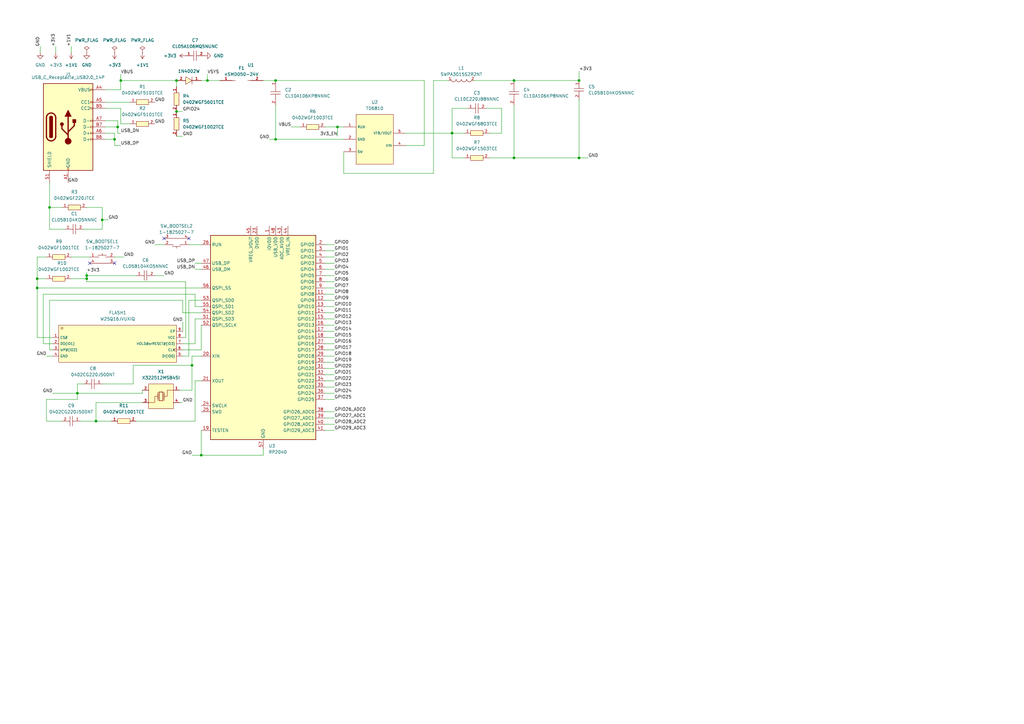
<source format=kicad_sch>
(kicad_sch (version 20230121) (generator eeschema)
  (paper "A3")
  (title_block (title "picopico EVT") (date "2024-02-14") (rev "rev1") (company "zeriyoshi") (comment 1 "RP2040 schema based by PICO-BOOT") (comment 2 "xtrapico based by 22008-RP2040-Dev-Board"))
  (lib_symbols
    (symbol "0402CG220J500NT:0402CG220J500NT" (pin_names hide)
      (property "Reference" "C" (at 0 1.27 0))
      (property "Value" "0402CG220J500NT" (at 0 -2.54 0))
      (symbol "0402CG220J500NT_0_1"
        (polyline (pts (xy -1.27 0) (xy -0.508 0)))
        (polyline (pts (xy -0.508 2.032) (xy -0.508 -2.032)))
        (polyline (pts (xy 0.508 0) (xy 1.27 0)))
        (polyline (pts (xy 0.508 2.032) (xy 0.508 -2.032)))
      )
      (symbol "0402CG220J500NT_1_1"
        (pin passive line (at -3.81 0 0) (length 2.54) (name "1") (number "1"))
        (pin passive line (at 3.81 0 180) (length 2.54) (name "2") (number "2"))
      )
    )
    (symbol "0402WGF1001TCE:0402WGF1001TCE" (pin_names hide)
      (property "Reference" "R" (at 0 1.27 0))
      (property "Value" "0402WGF1001TCE" (at 0 -2.54 0))
      (symbol "0402WGF1001TCE_0_1"
        (rectangle (start -2.54 1.016) (end 2.54 -1.016) (fill (type background)))
      )
      (symbol "0402WGF1001TCE_1_1"
        (pin passive line (at -5.08 0 0) (length 2.54) (name "1") (number "1"))
        (pin passive line (at 5.08 0 180) (length 2.54) (name "2") (number "2"))
      )
    )
    (symbol "0402WGF1002TCE:0402WGF1002TCE" (pin_names hide)
      (property "Reference" "R" (at 0 1.27 0))
      (property "Value" "0402WGF1002TCE" (at 0 -2.54 0))
      (symbol "0402WGF1002TCE_0_1"
        (rectangle (start -2.54 1.016) (end 2.54 -1.016) (fill (type background)))
      )
      (symbol "0402WGF1002TCE_1_1"
        (pin passive line (at -5.08 0 0) (length 2.54) (name "1") (number "1"))
        (pin passive line (at 5.08 0 180) (length 2.54) (name "2") (number "2"))
      )
    )
    (symbol "0402WGF1003TCE:0402WGF1003TCE" (pin_names hide)
      (property "Reference" "R" (at 0 1.27 0))
      (property "Value" "0402WGF1003TCE" (at 0 -2.54 0))
      (symbol "0402WGF1003TCE_0_1"
        (rectangle (start -2.54 1.016) (end 2.54 -1.016) (fill (type background)))
      )
      (symbol "0402WGF1003TCE_1_1"
        (pin passive line (at -5.08 0 0) (length 2.54) (name "1") (number "1"))
        (pin passive line (at 5.08 0 180) (length 2.54) (name "2") (number "2"))
      )
    )
    (symbol "0402WGF1503TCE:0402WGF1503TCE" (pin_names hide)
      (property "Reference" "R" (at 0 1.27 0))
      (property "Value" "0402WGF1503TCE" (at 0 -2.54 0))
      (symbol "0402WGF1503TCE_0_1"
        (rectangle (start -2.54 1.016) (end 2.54 -1.016) (fill (type background)))
      )
      (symbol "0402WGF1503TCE_1_1"
        (pin passive line (at -5.08 0 0) (length 2.54) (name "1") (number "1"))
        (pin passive line (at 5.08 0 180) (length 2.54) (name "2") (number "2"))
      )
    )
    (symbol "0402WGF220JTCE:0402WGF220JTCE" (pin_names hide)
      (property "Reference" "R" (at 0 1.27 0))
      (property "Value" "0402WGF220JTCE" (at 0 -2.54 0))
      (symbol "0402WGF220JTCE_0_1"
        (rectangle (start -2.54 1.016) (end 2.54 -1.016) (fill (type background)))
      )
      (symbol "0402WGF220JTCE_1_1"
        (pin passive line (at -5.08 0 0) (length 2.54) (name "1") (number "1"))
        (pin passive line (at 5.08 0 180) (length 2.54) (name "2") (number "2"))
      )
    )
    (symbol "0402WGF5101TCE:0402WGF5101TCE" (pin_names hide)
      (property "Reference" "R" (at 0 1.27 0))
      (property "Value" "0402WGF5101TCE" (at 0 -2.54 0))
      (symbol "0402WGF5101TCE_0_1"
        (rectangle (start -2.54 1.016) (end 2.54 -1.016) (fill (type background)))
      )
      (symbol "0402WGF5101TCE_1_1"
        (pin passive line (at -5.08 0 0) (length 2.54) (name "1") (number "1"))
        (pin passive line (at 5.08 0 180) (length 2.54) (name "2") (number "2"))
      )
    )
    (symbol "0402WGF5601TCE:0402WGF5601TCE" (pin_names hide)
      (property "Reference" "R" (at 0 1.27 0))
      (property "Value" "0402WGF5601TCE" (at 0 -2.54 0))
      (symbol "0402WGF5601TCE_0_1"
        (rectangle (start -2.54 1.016) (end 2.54 -1.016) (fill (type background)))
      )
      (symbol "0402WGF5601TCE_1_1"
        (pin passive line (at -5.08 0 0) (length 2.54) (name "1") (number "1"))
        (pin passive line (at 5.08 0 180) (length 2.54) (name "2") (number "2"))
      )
    )
    (symbol "0402WGF6803TCE:0402WGF6803TCE" (pin_names hide)
      (property "Reference" "R" (at 0 1.27 0))
      (property "Value" "0402WGF6803TCE" (at 0 -2.54 0))
      (symbol "0402WGF6803TCE_0_1"
        (rectangle (start -2.54 1.016) (end 2.54 -1.016) (fill (type background)))
      )
      (symbol "0402WGF6803TCE_1_1"
        (pin passive line (at -5.08 0 0) (length 2.54) (name "1") (number "1"))
        (pin passive line (at 5.08 0 180) (length 2.54) (name "2") (number "2"))
      )
    )
    (symbol "1-1825027-7:1-1825027-7" (pin_names hide)
      (property "Reference" "U" (at 0 1.27 0))
      (property "Value" "1-1825027-7" (at 0 -2.54 0))
      (symbol "1-1825027-7_0_1"
        (polyline (pts (xy -1.27 0) (xy -2.54 0)))
        (polyline (pts (xy 0 1.524) (xy 0 0.762)))
        (polyline (pts (xy 1.778 0.762) (xy -1.778 0.762)))
        (polyline (pts (xy 2.54 -2.54) (xy -2.54 -2.54)))
        (polyline (pts (xy 2.54 0) (xy 1.27 0)))
      )
      (symbol "1-1825027-7_1_1"
        (pin passive line (at -5.08 0 0) (length 2.54) (name "1") (number "1"))
        (pin passive line (at 5.08 0 180) (length 2.54) (name "2") (number "2"))
        (pin passive line (at 5.08 -2.54 180) (length 2.54) (name "3") (number "3"))
        (pin passive line (at -5.08 -2.54 0) (length 2.54) (name "4") (number "4"))
      )
    )
    (symbol "1N4002W:1N4002W" (pin_names hide)
      (property "Reference" "U" (at 0 1.27 0))
      (property "Value" "1N4002W" (at 0 -2.54 0))
      (symbol "1N4002W_0_1"
        (polyline (pts (xy -1.27 -1.524) (xy -1.27 1.524)))
        (polyline (pts (xy 1.27 1.524) (xy -1.27 0) (xy 1.27 -1.524) (xy 1.27 1.524)) (fill (type background)))
      )
      (symbol "1N4002W_1_1"
        (pin passive line (at -5.08 0 0) (length 3.81) (name "C") (number "1"))
        (pin passive line (at 5.08 0 180) (length 3.81) (name "A") (number "2"))
      )
    )
    (symbol "CL05A106MQ5NUNC:CL05A106MQ5NUNC" (pin_names hide)
      (property "Reference" "C" (at 0 1.27 0))
      (property "Value" "CL05A106MQ5NUNC" (at 0 -2.54 0))
      (symbol "CL05A106MQ5NUNC_0_1"
        (polyline (pts (xy -1.27 0) (xy -0.508 0)))
        (polyline (pts (xy -0.508 2.032) (xy -0.508 -2.032)))
        (polyline (pts (xy 0.508 0) (xy 1.27 0)))
        (polyline (pts (xy 0.508 2.032) (xy 0.508 -2.032)))
      )
      (symbol "CL05A106MQ5NUNC_1_1"
        (pin passive line (at -3.81 0 0) (length 2.54) (name "1") (number "1"))
        (pin passive line (at 3.81 0 180) (length 2.54) (name "2") (number "2"))
      )
    )
    (symbol "CL05B104KO5NNNC:CL05B104KO5NNNC" (pin_names hide)
      (property "Reference" "C" (at 0 1.27 0))
      (property "Value" "CL05B104KO5NNNC" (at 0 -2.54 0))
      (symbol "CL05B104KO5NNNC_0_1"
        (polyline (pts (xy -1.27 0) (xy -0.508 0)))
        (polyline (pts (xy -0.508 2.032) (xy -0.508 -2.032)))
        (polyline (pts (xy 0.508 0) (xy 1.27 0)))
        (polyline (pts (xy 0.508 2.032) (xy 0.508 -2.032)))
      )
      (symbol "CL05B104KO5NNNC_1_1"
        (pin passive line (at -3.81 0 0) (length 2.54) (name "1") (number "1"))
        (pin passive line (at 3.81 0 180) (length 2.54) (name "2") (number "2"))
      )
    )
    (symbol "CL10A106KP8NNNC:CL10A106KP8NNNC" (pin_names hide)
      (property "Reference" "C" (at 0 1.27 0))
      (property "Value" "CL10A106KP8NNNC" (at 0 -2.54 0))
      (symbol "CL10A106KP8NNNC_0_1"
        (polyline (pts (xy -0.508 -2.032) (xy -0.508 2.032)))
        (polyline (pts (xy -0.508 0) (xy -2.54 0)))
        (polyline (pts (xy 0.508 2.032) (xy 0.508 -2.032)))
        (polyline (pts (xy 2.54 0) (xy 0.508 0)))
      )
      (symbol "CL10A106KP8NNNC_1_1"
        (pin passive line (at -5.08 0 0) (length 2.54) (name "1") (number "1"))
        (pin passive line (at 5.08 0 180) (length 2.54) (name "2") (number "2"))
      )
    )
    (symbol "CL10C220JB8NNNC:CL10C220JB8NNNC" (pin_names hide)
      (property "Reference" "C" (at 0 1.27 0))
      (property "Value" "CL10C220JB8NNNC" (at 0 -2.54 0))
      (symbol "CL10C220JB8NNNC_0_1"
        (polyline (pts (xy -1.27 0) (xy -0.508 0)))
        (polyline (pts (xy -0.508 2.032) (xy -0.508 -2.032)))
        (polyline (pts (xy 0.508 0) (xy 1.27 0)))
        (polyline (pts (xy 0.508 2.032) (xy 0.508 -2.032)))
      )
      (symbol "CL10C220JB8NNNC_1_1"
        (pin passive line (at -3.81 0 0) (length 2.54) (name "1") (number "1"))
        (pin passive line (at 3.81 0 180) (length 2.54) (name "2") (number "2"))
      )
    )
    (symbol "Connector:USB_C_Receptacle_USB2.0_14P" (pin_names (offset 1.016))
      (property "Reference" "J" (at 0 22.225 0))
      (property "Value" "USB_C_Receptacle_USB2.0_14P" (at 0 19.685 0))
      (symbol "USB_C_Receptacle_USB2.0_14P_0_0"
        (rectangle (start -0.254 -17.78) (end 0.254 -16.764))
        (rectangle (start 10.16 -4.826) (end 9.144 -5.334))
        (rectangle (start 10.16 -2.286) (end 9.144 -2.794))
        (rectangle (start 10.16 0.254) (end 9.144 -0.254))
        (rectangle (start 10.16 2.794) (end 9.144 2.286))
        (rectangle (start 10.16 7.874) (end 9.144 7.366))
        (rectangle (start 10.16 10.414) (end 9.144 9.906))
        (rectangle (start 10.16 15.494) (end 9.144 14.986))
      )
      (symbol "USB_C_Receptacle_USB2.0_14P_0_1"
        (rectangle (start -10.16 17.78) (end 10.16 -17.78) (stroke (width 0.254)) (fill (type background)))
        (arc (start -8.89 -3.81) (mid -6.985 -5.7067) (end -5.08 -3.81) (stroke (width 0.508)))
        (arc (start -7.62 -3.81) (mid -6.985 -4.4423) (end -6.35 -3.81) (stroke (width 0.254)))
        (arc (start -7.62 -3.81) (mid -6.985 -4.4423) (end -6.35 -3.81) (stroke (width 0.254)) (fill (type outline)))
        (rectangle (start -7.62 -3.81) (end -6.35 3.81) (stroke (width 0.254)) (fill (type outline)))
        (arc (start -6.35 3.81) (mid -6.985 4.4423) (end -7.62 3.81) (stroke (width 0.254)))
        (arc (start -6.35 3.81) (mid -6.985 4.4423) (end -7.62 3.81) (stroke (width 0.254)) (fill (type outline)))
        (arc (start -5.08 3.81) (mid -6.985 5.7067) (end -8.89 3.81) (stroke (width 0.508)))
        (circle (center -2.54 1.143) (radius 0.635) (stroke (width 0.254)) (fill (type outline)))
        (circle (center 0 -5.842) (radius 1.27) (fill (type outline)))
        (polyline (pts (xy -8.89 -3.81) (xy -8.89 3.81)) (stroke (width 0.508)))
        (polyline (pts (xy -5.08 3.81) (xy -5.08 -3.81)) (stroke (width 0.508)))
        (polyline (pts (xy 0 -5.842) (xy 0 4.318)) (stroke (width 0.508)))
        (polyline (pts (xy 0 -3.302) (xy -2.54 -0.762) (xy -2.54 0.508)) (stroke (width 0.508)))
        (polyline (pts (xy 0 -2.032) (xy 2.54 0.508) (xy 2.54 1.778)) (stroke (width 0.508)))
        (polyline (pts (xy -1.27 4.318) (xy 0 6.858) (xy 1.27 4.318) (xy -1.27 4.318)) (stroke (width 0.254)) (fill (type outline)))
        (rectangle (start 1.905 1.778) (end 3.175 3.048) (stroke (width 0.254)) (fill (type outline)))
      )
      (symbol "USB_C_Receptacle_USB2.0_14P_1_1"
        (pin passive line (at 0 -22.86 90) (length 5.08) (name "GND") (number "A1"))
        (pin passive line (at 0 -22.86 90) (length 5.08) hide (name "GND") (number "A12"))
        (pin passive line (at 15.24 15.24 180) (length 5.08) (name "VBUS") (number "A4"))
        (pin bidirectional line (at 15.24 10.16 180) (length 5.08) (name "CC1") (number "A5"))
        (pin bidirectional line (at 15.24 -2.54 180) (length 5.08) (name "D+") (number "A6"))
        (pin bidirectional line (at 15.24 2.54 180) (length 5.08) (name "D-") (number "A7"))
        (pin passive line (at 15.24 15.24 180) (length 5.08) hide (name "VBUS") (number "A9"))
        (pin passive line (at 0 -22.86 90) (length 5.08) hide (name "GND") (number "B1"))
        (pin passive line (at 0 -22.86 90) (length 5.08) hide (name "GND") (number "B12"))
        (pin passive line (at 15.24 15.24 180) (length 5.08) hide (name "VBUS") (number "B4"))
        (pin bidirectional line (at 15.24 7.62 180) (length 5.08) (name "CC2") (number "B5"))
        (pin bidirectional line (at 15.24 -5.08 180) (length 5.08) (name "D+") (number "B6"))
        (pin bidirectional line (at 15.24 0 180) (length 5.08) (name "D-") (number "B7"))
        (pin passive line (at 15.24 15.24 180) (length 5.08) hide (name "VBUS") (number "B9"))
        (pin passive line (at -7.62 -22.86 90) (length 5.08) (name "SHIELD") (number "S1"))
      )
    )
    (symbol "MCU_RaspberryPi:RP2040"
      (property "Reference" "U" (at 17.78 45.72 0))
      (property "Value" "RP2040" (at 17.78 43.18 0))
      (symbol "RP2040_0_1"
        (rectangle (start -21.59 41.91) (end 21.59 -41.91) (stroke (width 0.254)) (fill (type background)))
      )
      (symbol "RP2040_1_1"
        (pin power_in line (at 2.54 45.72 270) (length 3.81) (name "IOVDD") (number "1"))
        (pin passive line (at 2.54 45.72 270) (length 3.81) hide (name "IOVDD") (number "10"))
        (pin bidirectional line (at 25.4 17.78 180) (length 3.81) (name "GPIO8") (number "11"))
        (pin bidirectional line (at 25.4 15.24 180) (length 3.81) (name "GPIO9") (number "12"))
        (pin bidirectional line (at 25.4 12.7 180) (length 3.81) (name "GPIO10") (number "13"))
        (pin bidirectional line (at 25.4 10.16 180) (length 3.81) (name "GPIO11") (number "14"))
        (pin bidirectional line (at 25.4 7.62 180) (length 3.81) (name "GPIO12") (number "15"))
        (pin bidirectional line (at 25.4 5.08 180) (length 3.81) (name "GPIO13") (number "16"))
        (pin bidirectional line (at 25.4 2.54 180) (length 3.81) (name "GPIO14") (number "17"))
        (pin bidirectional line (at 25.4 0 180) (length 3.81) (name "GPIO15") (number "18"))
        (pin input line (at -25.4 -38.1 0) (length 3.81) (name "TESTEN") (number "19"))
        (pin bidirectional line (at 25.4 38.1 180) (length 3.81) (name "GPIO0") (number "2"))
        (pin input line (at -25.4 -7.62 0) (length 3.81) (name "XIN") (number "20"))
        (pin passive line (at -25.4 -17.78 0) (length 3.81) (name "XOUT") (number "21"))
        (pin passive line (at 2.54 45.72 270) (length 3.81) hide (name "IOVDD") (number "22"))
        (pin power_in line (at -2.54 45.72 270) (length 3.81) (name "DVDD") (number "23"))
        (pin input line (at -25.4 -27.94 0) (length 3.81) (name "SWCLK") (number "24"))
        (pin bidirectional line (at -25.4 -30.48 0) (length 3.81) (name "SWD") (number "25"))
        (pin input line (at -25.4 38.1 0) (length 3.81) (name "RUN") (number "26"))
        (pin bidirectional line (at 25.4 -2.54 180) (length 3.81) (name "GPIO16") (number "27"))
        (pin bidirectional line (at 25.4 -5.08 180) (length 3.81) (name "GPIO17") (number "28"))
        (pin bidirectional line (at 25.4 -7.62 180) (length 3.81) (name "GPIO18") (number "29"))
        (pin bidirectional line (at 25.4 35.56 180) (length 3.81) (name "GPIO1") (number "3"))
        (pin bidirectional line (at 25.4 -10.16 180) (length 3.81) (name "GPIO19") (number "30"))
        (pin bidirectional line (at 25.4 -12.7 180) (length 3.81) (name "GPIO20") (number "31"))
        (pin bidirectional line (at 25.4 -15.24 180) (length 3.81) (name "GPIO21") (number "32"))
        (pin passive line (at 2.54 45.72 270) (length 3.81) hide (name "IOVDD") (number "33"))
        (pin bidirectional line (at 25.4 -17.78 180) (length 3.81) (name "GPIO22") (number "34"))
        (pin bidirectional line (at 25.4 -20.32 180) (length 3.81) (name "GPIO23") (number "35"))
        (pin bidirectional line (at 25.4 -22.86 180) (length 3.81) (name "GPIO24") (number "36"))
        (pin bidirectional line (at 25.4 -25.4 180) (length 3.81) (name "GPIO25") (number "37"))
        (pin bidirectional line (at 25.4 -30.48 180) (length 3.81) (name "GPIO26_ADC0") (number "38"))
        (pin bidirectional line (at 25.4 -33.02 180) (length 3.81) (name "GPIO27_ADC1") (number "39"))
        (pin bidirectional line (at 25.4 33.02 180) (length 3.81) (name "GPIO2") (number "4"))
        (pin bidirectional line (at 25.4 -35.56 180) (length 3.81) (name "GPIO28_ADC2") (number "40"))
        (pin bidirectional line (at 25.4 -38.1 180) (length 3.81) (name "GPIO29_ADC3") (number "41"))
        (pin passive line (at 2.54 45.72 270) (length 3.81) hide (name "IOVDD") (number "42"))
        (pin power_in line (at 7.62 45.72 270) (length 3.81) (name "ADC_AVDD") (number "43"))
        (pin power_in line (at 10.16 45.72 270) (length 3.81) (name "VREG_IN") (number "44"))
        (pin power_out line (at -5.08 45.72 270) (length 3.81) (name "VREG_VOUT") (number "45"))
        (pin bidirectional line (at -25.4 27.94 0) (length 3.81) (name "USB_DM") (number "46"))
        (pin bidirectional line (at -25.4 30.48 0) (length 3.81) (name "USB_DP") (number "47"))
        (pin power_in line (at 5.08 45.72 270) (length 3.81) (name "USB_VDD") (number "48"))
        (pin passive line (at 2.54 45.72 270) (length 3.81) hide (name "IOVDD") (number "49"))
        (pin bidirectional line (at 25.4 30.48 180) (length 3.81) (name "GPIO3") (number "5"))
        (pin passive line (at -2.54 45.72 270) (length 3.81) hide (name "DVDD") (number "50"))
        (pin bidirectional line (at -25.4 7.62 0) (length 3.81) (name "QSPI_SD3") (number "51"))
        (pin output line (at -25.4 5.08 0) (length 3.81) (name "QSPI_SCLK") (number "52"))
        (pin bidirectional line (at -25.4 15.24 0) (length 3.81) (name "QSPI_SD0") (number "53"))
        (pin bidirectional line (at -25.4 10.16 0) (length 3.81) (name "QSPI_SD2") (number "54"))
        (pin bidirectional line (at -25.4 12.7 0) (length 3.81) (name "QSPI_SD1") (number "55"))
        (pin bidirectional line (at -25.4 20.32 0) (length 3.81) (name "QSPI_SS") (number "56"))
        (pin power_in line (at 0 -45.72 90) (length 3.81) (name "GND") (number "57"))
        (pin bidirectional line (at 25.4 27.94 180) (length 3.81) (name "GPIO4") (number "6"))
        (pin bidirectional line (at 25.4 25.4 180) (length 3.81) (name "GPIO5") (number "7"))
        (pin bidirectional line (at 25.4 22.86 180) (length 3.81) (name "GPIO6") (number "8"))
        (pin bidirectional line (at 25.4 20.32 180) (length 3.81) (name "GPIO7") (number "9"))
      )
    )
    (symbol "SWPA3015S2R2NT:SWPA3015S2R2NT" (pin_names hide)
      (property "Reference" "L" (at 0 1.27 0))
      (property "Value" "SWPA3015S2R2NT" (at 0 -2.54 0))
      (symbol "SWPA3015S2R2NT_0_1"
        (arc (start -4.2461 0.5711) (mid -3.3547 -0.5557) (end -2.2278 0.3356))
        (arc (start -2.0914 0.5704) (mid -1.2 -0.5563) (end -0.0731 0.335))
        (arc (start 0.0592 0.5704) (mid 0.9506 -0.5563) (end 2.0775 0.335))
        (arc (start 2.252 0.571) (mid 3.1434 -0.5558) (end 4.2703 0.3355))
      )
      (symbol "SWPA3015S2R2NT_1_1"
        (pin passive line (at -5.08 0 0) (length 0.762) (name "1") (number "1"))
        (pin passive line (at 5.08 0 180) (length 0.762) (name "2") (number "2"))
      )
    )
    (symbol "TD6810:TD6810"
      (property "Reference" "U" (at 0 1.27 0))
      (property "Value" "TD6810" (at 0 -2.54 0))
      (symbol "TD6810_0_1"
        (rectangle (start -7.62 10.16) (end 7.62 -10.16) (fill (type background)))
      )
      (symbol "TD6810_1_1"
        (pin passive line (at -12.7 5.08 0) (length 5.08) (name "RUN") (number "1"))
        (pin passive line (at -12.7 0 0) (length 5.08) (name "GND") (number "2"))
        (pin passive line (at -12.7 -5.08 0) (length 5.08) (name "SW") (number "3"))
        (pin passive line (at 12.7 -2.54 180) (length 5.08) (name "VIN") (number "4"))
        (pin passive line (at 12.7 2.54 180) (length 5.08) (name "VFB/VOUT") (number "5"))
      )
    )
    (symbol "W25Q16JVUXIQ:W25Q16JVUXIQ"
      (property "Reference" "U" (at 0 1.27 0))
      (property "Value" "W25Q16JVUXIQ" (at 0 -2.54 0))
      (symbol "W25Q16JVUXIQ_0_1"
        (rectangle (start -24.13 8.89) (end 24.13 -6.35) (fill (type background)))
        (circle (center -22.86 7.62) (radius 0.381) (fill (type background)))
      )
      (symbol "W25Q16JVUXIQ_1_1"
        (pin input line (at -26.67 3.81 0) (length 2.54) (name "CS#") (number "1"))
        (pin bidirectional line (at -26.67 1.27 0) (length 2.54) (name "DO(IO1)") (number "2"))
        (pin bidirectional line (at -26.67 -1.27 0) (length 2.54) (name "WP#(IO2)") (number "3"))
        (pin power_in line (at -26.67 -3.81 0) (length 2.54) (name "GND") (number "4"))
        (pin bidirectional line (at 26.67 -3.81 180) (length 2.54) (name "DI(IO0)") (number "5"))
        (pin input clock (at 26.67 -1.27 180) (length 2.54) (name "CLK") (number "6"))
        (pin bidirectional line (at 26.67 1.27 180) (length 2.54) (name "HOLD#orRESET#(IO3)") (number "7"))
        (pin power_in line (at 26.67 3.81 180) (length 2.54) (name "VCC") (number "8"))
        (pin power_in line (at 26.67 6.35 180) (length 2.54) (name "EP") (number "9"))
      )
    )
    (symbol "X322512MSB4SI:X322512MSB4SI" (pin_names hide)
      (property "Reference" "X" (at 0 1.27 0))
      (property "Value" "X322512MSB4SI" (at 0 -2.54 0))
      (symbol "X322512MSB4SI_0_1"
        (rectangle (start -5.08 5.08) (end 5.08 -5.08) (fill (type background)))
        (polyline (pts (xy -1.27 -1.778) (xy -1.27 1.778)))
        (polyline (pts (xy -1.27 -1.016) (xy -1.27 1.016)))
        (polyline (pts (xy 0.762 -1.778) (xy -0.762 -1.778)))
        (polyline (pts (xy 1.27 -1.778) (xy 1.27 1.778)))
        (polyline (pts (xy 1.27 -1.016) (xy 1.27 1.016)))
        (polyline (pts (xy -5.08 -2.54) (xy -2.54 -2.54) (xy -2.54 0) (xy -1.524 0)))
        (polyline (pts (xy -0.762 -1.778) (xy -0.762 1.778) (xy 0.762 1.778) (xy 0.762 -1.778)))
        (polyline (pts (xy 5.08 2.54) (xy 2.54 2.54) (xy 2.54 0) (xy 1.524 0)))
        (polyline (pts (xy 0.762 1.778) (xy 0.762 -1.778) (xy -0.762 -1.778) (xy -0.762 1.778) (xy 0.762 1.778)))
      )
      (symbol "X322512MSB4SI_1_1"
        (pin passive line (at -7.62 -2.54 0) (length 2.54) (name "OSC1") (number "1"))
        (pin passive line (at 7.62 -2.54 180) (length 2.54) (name "GND") (number "2"))
        (pin passive line (at 7.62 2.54 180) (length 2.54) (name "OSC2") (number "3"))
        (pin passive line (at -7.62 2.54 0) (length 2.54) (name "GND") (number "4"))
      )
    )
    (symbol "nSMD050-24V:nSMD050-24V" (pin_names hide)
      (property "Reference" "F" (at 0 1.27 0))
      (property "Value" "nSMD050-24V" (at 0 -2.54 0))
      (symbol "nSMD050-24V_0_1"
        (polyline (pts (xy -3.81 -1.27) (xy -2.54 -1.27)))
        (polyline (pts (xy 2.54 -1.27) (xy 3.81 -1.27)))
      )
      (symbol "nSMD050-24V_1_1"
        (pin passive line (at -8.89 -1.27 0) (length 5.08) (name "1") (number "1"))
        (pin passive line (at 8.89 -1.27 180) (length 5.08) (name "2") (number "2"))
      )
    )
    (symbol "power:+1V1" (power) (pin_names (offset 0))
      (property "Value" "+1V1" (at 0 3.556 0))
      (symbol "+1V1_0_1"
        (polyline (pts (xy -0.762 1.27) (xy 0 2.54)))
        (polyline (pts (xy 0 0) (xy 0 2.54)))
        (polyline (pts (xy 0 2.54) (xy 0.762 1.27)))
      )
      (symbol "+1V1_1_1"
        (pin power_in line (at 0 0 90) (length 0) hide (name "+1V1") (number "1"))
      )
    )
    (symbol "power:+3V3" (power) (pin_names (offset 0))
      (property "Value" "+3V3" (at 0 3.556 0))
      (symbol "+3V3_0_1"
        (polyline (pts (xy -0.762 1.27) (xy 0 2.54)))
        (polyline (pts (xy 0 0) (xy 0 2.54)))
        (polyline (pts (xy 0 2.54) (xy 0.762 1.27)))
      )
      (symbol "+3V3_1_1"
        (pin power_in line (at 0 0 90) (length 0) hide (name "+3V3") (number "1"))
      )
    )
    (symbol "power:GND" (power) (pin_names (offset 0))
      (property "Value" "GND" (at 0 -3.81 0))
      (symbol "GND_0_1"
        (polyline (pts (xy 0 0) (xy 0 -1.27) (xy 1.27 -1.27) (xy 0 -2.54) (xy -1.27 -1.27) (xy 0 -1.27)))
      )
      (symbol "GND_1_1"
        (pin power_in line (at 0 0 270) (length 0) hide (name "GND") (number "1"))
      )
    )
    (symbol "power:PWR_FLAG" (power) (pin_numbers hide) (pin_names (offset 0) hide)
      (property "Value" "PWR_FLAG" (at 0 3.81 0))
      (symbol "PWR_FLAG_0_0"
        (pin power_out line (at 0 0 90) (length 0) (name "pwr") (number "1"))
      )
      (symbol "PWR_FLAG_0_1"
        (polyline (pts (xy 0 0) (xy 0 1.27) (xy -1.016 1.905) (xy 0 2.54) (xy 1.016 1.905) (xy 0 1.27)))
      )
    )
  )
  (junction (at 41.91 90.17))
  (junction (at 31.75 161.29))
  (junction (at 210.82 33.02))
  (junction (at 20.32 85.09))
  (junction (at 15.24 118.11))
  (junction (at 35.56 113.03))
  (junction (at 15.24 114.3))
  (junction (at 72.39 45.72))
  (junction (at 78.74 149.86))
  (junction (at 82.55 186.69))
  (junction (at 113.03 57.15))
  (junction (at 237.49 64.77))
  (junction (at 210.82 64.77))
  (junction (at 39.37 172.72))
  (junction (at 138.43 52.07))
  (junction (at 35.56 114.3))
  (junction (at 46.99 57.15))
  (junction (at 72.39 33.02))
  (junction (at 185.42 54.61))
  (junction (at 237.49 33.02))
  (junction (at 49.53 33.02))
  (junction (at 85.09 33.02))
  (junction (at 48.26 52.07))
  (junction (at 113.03 33.02))
  (no_connect (at 36.83 107.95))
  (no_connect (at 67.31 97.79))
  (no_connect (at 46.99 107.95))
  (no_connect (at 77.47 97.79))
  (wire (pts (xy 20.32 123.19) (xy 74.93 123.19)))
  (wire (pts (xy 185.42 54.61) (xy 190.5 54.61)))
  (wire (pts (xy 107.95 33.02) (xy 113.03 33.02)))
  (wire (pts (xy 35.56 113.03) (xy 35.56 111.76)))
  (wire (pts (xy 82.55 176.53) (xy 82.55 186.69)))
  (wire (pts (xy 49.53 33.02) (xy 72.39 33.02)))
  (wire (pts (xy 138.43 52.07) (xy 140.97 52.07)))
  (wire (pts (xy 16.51 19.05) (xy 16.51 21.59)))
  (wire (pts (xy 58.42 161.29) (xy 58.42 160.02)))
  (wire (pts (xy 133.35 113.03) (xy 137.16 113.03)))
  (wire (pts (xy 237.49 29.21) (xy 237.49 33.02)))
  (wire (pts (xy 48.26 49.53) (xy 48.26 52.07)))
  (wire (pts (xy 55.88 172.72) (xy 80.01 172.72)))
  (wire (pts (xy 85.09 33.02) (xy 82.55 33.02)))
  (wire (pts (xy 49.53 44.45) (xy 49.53 50.8)))
  (wire (pts (xy 113.03 57.15) (xy 140.97 57.15)))
  (wire (pts (xy 80.01 110.49) (xy 82.55 110.49)))
  (wire (pts (xy 17.78 120.65) (xy 80.01 120.65)))
  (wire (pts (xy 31.75 157.48) (xy 31.75 161.29)))
  (wire (pts (xy 177.8 33.02) (xy 184.15 33.02)))
  (wire (pts (xy 49.53 30.48) (xy 49.53 33.02)))
  (wire (pts (xy 54.61 149.86) (xy 54.61 157.48)))
  (wire (pts (xy 177.8 71.12) (xy 177.8 33.02)))
  (wire (pts (xy 80.01 125.73) (xy 82.55 125.73)))
  (wire (pts (xy 46.99 59.69) (xy 49.53 59.69)))
  (wire (pts (xy 133.35 102.87) (xy 137.16 102.87)))
  (wire (pts (xy 133.35 52.07) (xy 138.43 52.07)))
  (wire (pts (xy 74.93 140.97) (xy 80.01 140.97)))
  (wire (pts (xy 133.35 120.65) (xy 137.16 120.65)))
  (wire (pts (xy 73.66 165.1) (xy 74.93 165.1)))
  (wire (pts (xy 29.21 114.3) (xy 35.56 114.3)))
  (wire (pts (xy 15.24 105.41) (xy 19.05 105.41)))
  (wire (pts (xy 19.05 172.72) (xy 19.05 163.83)))
  (wire (pts (xy 133.35 130.81) (xy 137.16 130.81)))
  (wire (pts (xy 133.35 115.57) (xy 137.16 115.57)))
  (wire (pts (xy 210.82 64.77) (xy 237.49 64.77)))
  (wire (pts (xy 21.59 140.97) (xy 17.78 140.97)))
  (wire (pts (xy 200.66 54.61) (xy 205.74 54.61)))
  (wire (pts (xy 20.32 143.51) (xy 20.32 123.19)))
  (wire (pts (xy 43.18 36.83) (xy 49.53 36.83)))
  (wire (pts (xy 194.31 33.02) (xy 210.82 33.02)))
  (wire (pts (xy 237.49 40.64) (xy 237.49 64.77)))
  (wire (pts (xy 31.75 157.48) (xy 34.29 157.48)))
  (wire (pts (xy 63.5 113.03) (xy 67.31 113.03)))
  (wire (pts (xy 77.47 100.33) (xy 82.55 100.33)))
  (wire (pts (xy 80.01 107.95) (xy 82.55 107.95)))
  (wire (pts (xy 43.18 54.61) (xy 46.99 54.61)))
  (wire (pts (xy 39.37 165.1) (xy 58.42 165.1)))
  (wire (pts (xy 237.49 64.77) (xy 241.3 64.77)))
  (wire (pts (xy 185.42 54.61) (xy 185.42 64.77)))
  (wire (pts (xy 113.03 33.02) (xy 173.99 33.02)))
  (wire (pts (xy 199.39 44.45) (xy 205.74 44.45)))
  (wire (pts (xy 15.24 118.11) (xy 15.24 138.43)))
  (wire (pts (xy 133.35 110.49) (xy 137.16 110.49)))
  (wire (pts (xy 46.99 57.15) (xy 46.99 59.69)))
  (wire (pts (xy 133.35 100.33) (xy 137.16 100.33)))
  (wire (pts (xy 74.93 123.19) (xy 74.93 128.27)))
  (wire (pts (xy 133.35 146.05) (xy 137.16 146.05)))
  (wire (pts (xy 20.32 74.93) (xy 20.32 85.09)))
  (wire (pts (xy 43.18 52.07) (xy 48.26 52.07)))
  (wire (pts (xy 200.66 64.77) (xy 210.82 64.77)))
  (wire (pts (xy 19.05 146.05) (xy 21.59 146.05)))
  (wire (pts (xy 133.35 138.43) (xy 137.16 138.43)))
  (wire (pts (xy 82.55 118.11) (xy 15.24 118.11)))
  (wire (pts (xy 185.42 44.45) (xy 185.42 54.61)))
  (wire (pts (xy 85.09 30.48) (xy 85.09 33.02)))
  (wire (pts (xy 133.35 125.73) (xy 137.16 125.73)))
  (wire (pts (xy 133.35 148.59) (xy 137.16 148.59)))
  (wire (pts (xy 35.56 113.03) (xy 55.88 113.03)))
  (wire (pts (xy 49.53 36.83) (xy 49.53 33.02)))
  (wire (pts (xy 110.49 57.15) (xy 113.03 57.15)))
  (wire (pts (xy 133.35 107.95) (xy 137.16 107.95)))
  (wire (pts (xy 17.78 140.97) (xy 17.78 120.65)))
  (wire (pts (xy 133.35 173.99) (xy 137.16 173.99)))
  (wire (pts (xy 77.47 146.05) (xy 77.47 123.19)))
  (wire (pts (xy 82.55 156.21) (xy 80.01 156.21)))
  (wire (pts (xy 133.35 128.27) (xy 137.16 128.27)))
  (wire (pts (xy 43.18 44.45) (xy 49.53 44.45)))
  (wire (pts (xy 166.37 54.61) (xy 185.42 54.61)))
  (wire (pts (xy 43.18 49.53) (xy 48.26 49.53)))
  (wire (pts (xy 133.35 163.83) (xy 137.16 163.83)))
  (wire (pts (xy 49.53 50.8) (xy 53.34 50.8)))
  (wire (pts (xy 80.01 120.65) (xy 80.01 125.73)))
  (wire (pts (xy 43.18 41.91) (xy 53.34 41.91)))
  (wire (pts (xy 35.56 115.57) (xy 76.2 115.57)))
  (wire (pts (xy 20.32 93.98) (xy 26.67 93.98)))
  (wire (pts (xy 133.35 171.45) (xy 137.16 171.45)))
  (wire (pts (xy 133.35 105.41) (xy 137.16 105.41)))
  (wire (pts (xy 85.09 33.02) (xy 90.17 33.02)))
  (wire (pts (xy 15.24 114.3) (xy 15.24 105.41)))
  (wire (pts (xy 133.35 161.29) (xy 137.16 161.29)))
  (wire (pts (xy 119.38 52.07) (xy 123.19 52.07)))
  (wire (pts (xy 74.93 146.05) (xy 77.47 146.05)))
  (wire (pts (xy 41.91 90.17) (xy 44.45 90.17)))
  (wire (pts (xy 140.97 71.12) (xy 177.8 71.12)))
  (wire (pts (xy 113.03 43.18) (xy 113.03 57.15)))
  (wire (pts (xy 35.56 85.09) (xy 41.91 85.09)))
  (wire (pts (xy 41.91 90.17) (xy 41.91 93.98)))
  (wire (pts (xy 35.56 114.3) (xy 35.56 115.57)))
  (wire (pts (xy 80.01 172.72) (xy 80.01 156.21)))
  (wire (pts (xy 78.74 160.02) (xy 73.66 160.02)))
  (wire (pts (xy 76.2 115.57) (xy 76.2 138.43)))
  (wire (pts (xy 33.02 172.72) (xy 39.37 172.72)))
  (wire (pts (xy 39.37 172.72) (xy 39.37 165.1)))
  (wire (pts (xy 133.35 168.91) (xy 137.16 168.91)))
  (wire (pts (xy 133.35 158.75) (xy 137.16 158.75)))
  (wire (pts (xy 133.35 118.11) (xy 137.16 118.11)))
  (wire (pts (xy 133.35 140.97) (xy 137.16 140.97)))
  (wire (pts (xy 78.74 149.86) (xy 78.74 160.02)))
  (wire (pts (xy 15.24 114.3) (xy 19.05 114.3)))
  (wire (pts (xy 35.56 113.03) (xy 35.56 114.3)))
  (wire (pts (xy 78.74 186.69) (xy 82.55 186.69)))
  (wire (pts (xy 46.99 54.61) (xy 46.99 57.15)))
  (wire (pts (xy 43.18 57.15) (xy 46.99 57.15)))
  (wire (pts (xy 133.35 153.67) (xy 137.16 153.67)))
  (wire (pts (xy 82.55 146.05) (xy 78.74 146.05)))
  (wire (pts (xy 25.4 172.72) (xy 19.05 172.72)))
  (wire (pts (xy 77.47 123.19) (xy 82.55 123.19)))
  (wire (pts (xy 22.86 19.05) (xy 22.86 21.59)))
  (wire (pts (xy 74.93 143.51) (xy 82.55 143.51)))
  (wire (pts (xy 205.74 44.45) (xy 205.74 54.61)))
  (wire (pts (xy 74.93 45.72) (xy 72.39 45.72)))
  (wire (pts (xy 138.43 52.07) (xy 138.43 55.88)))
  (wire (pts (xy 133.35 135.89) (xy 137.16 135.89)))
  (wire (pts (xy 133.35 151.13) (xy 137.16 151.13)))
  (wire (pts (xy 31.75 163.83) (xy 31.75 161.29)))
  (wire (pts (xy 133.35 133.35) (xy 137.16 133.35)))
  (wire (pts (xy 19.05 163.83) (xy 31.75 163.83)))
  (wire (pts (xy 78.74 149.86) (xy 54.61 149.86)))
  (wire (pts (xy 133.35 176.53) (xy 137.16 176.53)))
  (wire (pts (xy 20.32 85.09) (xy 20.32 93.98)))
  (wire (pts (xy 166.37 59.69) (xy 173.99 59.69)))
  (wire (pts (xy 140.97 62.23) (xy 140.97 71.12)))
  (wire (pts (xy 185.42 44.45) (xy 191.77 44.45)))
  (wire (pts (xy 45.72 172.72) (xy 39.37 172.72)))
  (wire (pts (xy 210.82 33.02) (xy 237.49 33.02)))
  (wire (pts (xy 15.24 138.43) (xy 21.59 138.43)))
  (wire (pts (xy 46.99 105.41) (xy 50.8 105.41)))
  (wire (pts (xy 107.95 186.69) (xy 107.95 184.15)))
  (wire (pts (xy 74.93 128.27) (xy 82.55 128.27)))
  (wire (pts (xy 54.61 157.48) (xy 41.91 157.48)))
  (wire (pts (xy 74.93 55.88) (xy 72.39 55.88)))
  (wire (pts (xy 63.5 100.33) (xy 67.31 100.33)))
  (wire (pts (xy 133.35 123.19) (xy 137.16 123.19)))
  (wire (pts (xy 74.93 138.43) (xy 76.2 138.43)))
  (wire (pts (xy 80.01 130.81) (xy 82.55 130.81)))
  (wire (pts (xy 78.74 146.05) (xy 78.74 149.86)))
  (wire (pts (xy 133.35 143.51) (xy 137.16 143.51)))
  (wire (pts (xy 29.21 105.41) (xy 36.83 105.41)))
  (wire (pts (xy 31.75 161.29) (xy 58.42 161.29)))
  (wire (pts (xy 21.59 143.51) (xy 20.32 143.51)))
  (wire (pts (xy 185.42 64.77) (xy 190.5 64.77)))
  (wire (pts (xy 82.55 143.51) (xy 82.55 133.35)))
  (wire (pts (xy 34.29 93.98) (xy 41.91 93.98)))
  (wire (pts (xy 210.82 43.18) (xy 210.82 64.77)))
  (wire (pts (xy 133.35 156.21) (xy 137.16 156.21)))
  (wire (pts (xy 74.93 132.08) (xy 74.93 135.89)))
  (wire (pts (xy 80.01 140.97) (xy 80.01 130.81)))
  (wire (pts (xy 48.26 54.61) (xy 49.53 54.61)))
  (wire (pts (xy 15.24 118.11) (xy 15.24 114.3)))
  (wire (pts (xy 173.99 33.02) (xy 173.99 59.69)))
  (wire (pts (xy 72.39 33.02) (xy 72.39 35.56)))
  (wire (pts (xy 48.26 52.07) (xy 48.26 54.61)))
  (wire (pts (xy 29.21 19.05) (xy 29.21 21.59)))
  (wire (pts (xy 20.32 85.09) (xy 25.4 85.09)))
  (wire (pts (xy 41.91 85.09) (xy 41.91 90.17)))
  (wire (pts (xy 21.59 161.29) (xy 31.75 161.29)))
  (wire (pts (xy 82.55 186.69) (xy 107.95 186.69)))
  (label "GPIO4" (at 137.16 110.49 0))
  (label "GND" (at 27.94 74.93 0))
  (label "GPIO17" (at 137.16 143.51 0))
  (label "GND" (at 50.8 105.41 0))
  (label "GPIO0" (at 137.16 100.33 0))
  (label "GPIO29_ADC3" (at 137.16 176.53 0))
  (label "GPIO9" (at 137.16 123.19 0))
  (label "GPIO22" (at 137.16 156.21 0))
  (label "VBUS" (at 119.38 52.07 180))
  (label "GPIO2" (at 137.16 105.41 0))
  (label "GPIO10" (at 137.16 125.73 0))
  (label "+3V3" (at 35.56 111.76 0))
  (label "GPIO24" (at 137.16 161.29 0))
  (label "GPIO6" (at 137.16 115.57 0))
  (label "GND" (at 63.5 100.33 180))
  (label "GPIO3" (at 137.16 107.95 0))
  (label "GND" (at 74.93 165.1 0))
  (label "GPIO7" (at 137.16 118.11 0))
  (label "GPIO18" (at 137.16 146.05 0))
  (label "GND" (at 44.45 90.17 0))
  (label "GPIO5" (at 137.16 113.03 0))
  (label "GPIO1" (at 137.16 102.87 0))
  (label "GPIO24" (at 74.93 45.72 0))
  (label "GPIO8" (at 137.16 120.65 0))
  (label "USB_DN" (at 49.53 54.61 0))
  (label "GPIO16" (at 137.16 140.97 0))
  (label "GPIO19" (at 137.16 148.59 0))
  (label "GPIO14" (at 137.16 135.89 0))
  (label "+3V3" (at 22.86 19.05 90))
  (label "GND" (at 19.05 146.05 180))
  (label "3V3_EN" (at 138.43 55.88 180))
  (label "GPIO28_ADC2" (at 137.16 173.99 0))
  (label "VSYS" (at 85.09 30.48 0))
  (label "GND" (at 110.49 57.15 180))
  (label "GND" (at 74.93 132.08 180))
  (label "GND" (at 63.5 50.8 0))
  (label "GND" (at 74.93 55.88 0))
  (label "GND" (at 21.59 161.29 180))
  (label "GPIO26_ADC0" (at 137.16 168.91 0))
  (label "+1V1" (at 29.21 19.05 90))
  (label "GND" (at 78.74 186.69 180))
  (label "USB_DN" (at 80.01 110.49 180))
  (label "GPIO25" (at 137.16 163.83 0))
  (label "GND" (at 241.3 64.77 0))
  (label "GND" (at 16.51 19.05 90))
  (label "GPIO21" (at 137.16 153.67 0))
  (label "GPIO13" (at 137.16 133.35 0))
  (label "VBUS" (at 49.53 30.48 0))
  (label "USB_DP" (at 49.53 59.69 0))
  (label "USB_DP" (at 80.01 107.95 180))
  (label "GPIO11" (at 137.16 128.27 0))
  (label "GPIO12" (at 137.16 130.81 0))
  (label "GPIO20" (at 137.16 151.13 0))
  (label "GPIO15" (at 137.16 138.43 0))
  (label "GPIO23" (at 137.16 158.75 0))
  (label "GPIO27_ADC1" (at 137.16 171.45 0))
  (label "+3V3" (at 237.49 29.21 0))
  (label "GND" (at 63.5 41.91 0))
  (label "GND" (at 67.31 113.03 0))
  (symbol (lib_id "CL05B104KO5NNNC:CL05B104KO5NNNC") (at 237.49 36.83 270) (unit 1)
    (property "Reference" "C5" (at 241.3 35.56 90) (effects (justify left)))
    (property "Value" "CL05B104KO5NNNC" (at 241.3 38.1 90) (effects (justify left)))
    (property "Footprint" "JLC2KiCadLib:C0402" (effects hide))
    (property "Datasheet" "https://item.szlcsc.com/15869.html" (effects hide))
    (property "LCSC" "C1525" (effects hide))
  )
  (symbol (lib_id "X322512MSB4SI:X322512MSB4SI") (at 66.04 162.56 180) (unit 1)
    (property "Reference" "X1" (at 66.04 152.4 0))
    (property "Value" "X322512MSB4SI" (at 66.04 154.94 0))
    (property "Footprint" "JLC2KiCadLib:OSC-SMD_4P-L3.2-W2.5-BL" (effects hide))
    (property "Datasheet" "https://item.szlcsc.com/15866.html" (effects hide))
    (property "LCSC" "C9002" (effects hide))
  )
  (symbol (lib_id "1-1825027-7:1-1825027-7") (at 41.91 105.41 0) (unit 1)
    (property "Reference" "SW_BOOTSEL1" (at 41.91 99.06 0))
    (property "Value" "1-1825027-7" (at 41.91 101.6 0))
    (property "Footprint" "JLC2KiCadLib:SW-TH_KH-6X6X4.3H-ZJ" (effects hide))
    (property "Datasheet" "https://atta.szlcsc.com/upload/public/pdf/source/20210608/C2837540_55E89FE93E5DC02BF758C11D9ABAB66F.pdf" (effects hide))
    (property "LCSC" "C592923" (effects hide))
  )
  (symbol (lib_id "power:+3V3") (at 76.2 22.86 90) (unit 1)
    (property "Reference" "#PWR04" (effects hide))
    (property "Value" "+3V3" (at 72.39 22.86 90) (effects (justify left)))
  )
  (symbol (lib_id "CL05A106MQ5NUNC:CL05A106MQ5NUNC") (at 80.01 22.86 0) (unit 1)
    (property "Reference" "C7" (at 80.01 16.51 0))
    (property "Value" "CL05A106MQ5NUNC" (at 80.01 19.05 0))
    (property "Footprint" "JLC2KiCadLib:C0402" (effects hide))
    (property "Datasheet" "https://item.szlcsc.com/15869.html" (effects hide))
    (property "LCSC" "C15525" (effects hide))
  )
  (symbol (lib_id "0402WGF1002TCE:0402WGF1002TCE") (at 24.13 114.3 0) (unit 1)
    (property "Reference" "R10" (at 25.4 107.95 0))
    (property "Value" "0402WGF1002TCE" (at 24.13 110.49 0))
    (property "Footprint" "JLC2KiCadLib:R0402" (effects hide))
    (property "Datasheet" "https://item.szlcsc.com/323315.html" (effects hide))
    (property "LCSC" "C25744" (effects hide))
  )
  (symbol (lib_id "0402WGF1003TCE:0402WGF1003TCE") (at 128.27 52.07 0) (unit 1)
    (property "Reference" "R6" (at 128.27 45.72 0))
    (property "Value" "0402WGF1003TCE" (at 128.27 48.26 0))
    (property "Footprint" "JLC2KiCadLib:R0402" (effects hide))
    (property "Datasheet" "https://item.szlcsc.com/323315.html" (effects hide))
    (property "LCSC" "C25741" (effects hide))
  )
  (symbol (lib_id "power:+3V3") (at 22.86 21.59 180) (unit 1)
    (property "Reference" "#PWR03" (effects hide))
    (property "Value" "+3V3" (at 22.86 26.67 0))
  )
  (symbol (lib_id "CL10A106KP8NNNC:CL10A106KP8NNNC") (at 113.03 38.1 270) (unit 1)
    (property "Reference" "C2" (at 116.84 36.83 90) (effects (justify left)))
    (property "Value" "CL10A106KP8NNNC" (at 116.84 39.37 90) (effects (justify left)))
    (property "Footprint" "JLC2KiCadLib:C0603" (effects hide))
    (property "Datasheet" "https://item.szlcsc.com/362304.html" (effects hide))
    (property "LCSC" "C19702" (effects hide))
  )
  (symbol (lib_id "0402CG220J500NT:0402CG220J500NT") (at 38.1 157.48 180) (unit 1)
    (property "Reference" "C8" (at 38.1 151.13 0))
    (property "Value" "0402CG220J500NT" (at 38.1 153.67 0))
    (property "Footprint" "JLC2KiCadLib:C0402" (effects hide))
    (property "Datasheet" "https://item.szlcsc.com/15869.html" (effects hide))
    (property "LCSC" "C1555" (effects hide))
  )
  (symbol (lib_id "1N4002W:1N4002W") (at 77.47 33.02 180) (unit 1)
    (property "Reference" "U1" (at 102.87 26.67 0))
    (property "Value" "1N4002W" (at 77.47 29.21 0))
    (property "Footprint" "JLC2KiCadLib:SOD-123F_L2.8-W1.8-LS3.7-RD" (effects hide))
    (property "Datasheet" "https://item.szlcsc.com/60254.html" (effects hide))
    (property "LCSC" "C169542" (effects hide))
  )
  (symbol (lib_id "power:GND") (at 83.82 22.86 90) (unit 1)
    (property "Reference" "#PWR05" (effects hide))
    (property "Value" "GND" (at 87.63 22.86 90) (effects (justify right)))
  )
  (symbol (lib_id "0402WGF1503TCE:0402WGF1503TCE") (at 195.58 64.77 0) (unit 1)
    (property "Reference" "R7" (at 195.58 58.42 0))
    (property "Value" "0402WGF1503TCE" (at 195.58 60.96 0))
    (property "Footprint" "JLC2KiCadLib:R0402" (effects hide))
    (property "Datasheet" "https://item.szlcsc.com/323315.html" (effects hide))
    (property "LCSC" "C25755" (effects hide))
  )
  (symbol (lib_id "CL10A106KP8NNNC:CL10A106KP8NNNC") (at 210.82 38.1 270) (unit 1)
    (property "Reference" "C4" (at 214.63 36.83 90) (effects (justify left)))
    (property "Value" "CL10A106KP8NNNC" (at 214.63 39.37 90) (effects (justify left)))
    (property "Footprint" "JLC2KiCadLib:C0603" (effects hide))
    (property "Datasheet" "https://item.szlcsc.com/362304.html" (effects hide))
    (property "LCSC" "C19702" (effects hide))
  )
  (symbol (lib_id "0402WGF1001TCE:0402WGF1001TCE") (at 50.8 172.72 0) (unit 1)
    (property "Reference" "R11" (at 50.8 166.37 0))
    (property "Value" "0402WGF1001TCE" (at 50.8 168.91 0))
    (property "Footprint" "JLC2KiCadLib:R0402" (effects hide))
    (property "Datasheet" "https://item.szlcsc.com/323315.html" (effects hide))
    (property "LCSC" "C11702" (effects hide))
  )
  (symbol (lib_id "0402WGF5101TCE:0402WGF5101TCE") (at 58.42 50.8 0) (unit 1)
    (property "Reference" "R2" (at 58.42 44.45 0))
    (property "Value" "0402WGF5101TCE" (at 58.42 46.99 0))
    (property "Footprint" "JLC2KiCadLib:R0402" (effects hide))
    (property "Datasheet" "https://item.szlcsc.com/323315.html" (effects hide))
    (property "LCSC" "C25905" (effects hide))
  )
  (symbol (lib_id "0402WGF1001TCE:0402WGF1001TCE") (at 24.13 105.41 0) (unit 1)
    (property "Reference" "R9" (at 24.13 99.06 0))
    (property "Value" "0402WGF1001TCE" (at 24.13 101.6 0))
    (property "Footprint" "JLC2KiCadLib:R0402" (effects hide))
    (property "Datasheet" "https://item.szlcsc.com/323315.html" (effects hide))
    (property "LCSC" "C11702" (effects hide))
  )
  (symbol (lib_id "SWPA3015S2R2NT:SWPA3015S2R2NT") (at 189.23 33.02 0) (unit 1)
    (property "Reference" "L1" (at 189.23 27.94 0))
    (property "Value" "SWPA3015S2R2NT" (at 189.23 30.48 0))
    (property "Footprint" "JLC2KiCadLib:IND-SMD_L3.0-W3.0" (effects hide))
    (property "Datasheet" "https://item.szlcsc.com/87252.html" (effects hide))
    (property "LCSC" "C19734" (effects hide))
  )
  (symbol (lib_id "0402WGF220JTCE:0402WGF220JTCE") (at 30.48 85.09 0) (unit 1)
    (property "Reference" "R3" (at 30.48 78.74 0))
    (property "Value" "0402WGF220JTCE" (at 30.48 81.28 0))
    (property "Footprint" "JLC2KiCadLib:R0402" (effects hide))
    (property "Datasheet" "https://item.szlcsc.com/323315.html" (effects hide))
    (property "LCSC" "C25092" (effects hide))
  )
  (symbol (lib_id "0402WGF1002TCE:0402WGF1002TCE") (at 72.39 50.8 270) (unit 1)
    (property "Reference" "R5" (at 74.93 49.53 90) (effects (justify left)))
    (property "Value" "0402WGF1002TCE" (at 74.93 52.07 90) (effects (justify left)))
    (property "Footprint" "JLC2KiCadLib:R0402" (effects hide))
    (property "Datasheet" "https://item.szlcsc.com/323315.html" (effects hide))
    (property "LCSC" "C25744" (effects hide))
  )
  (symbol (lib_id "power:PWR_FLAG") (at 46.99 21.59 0) (unit 1)
    (property "Reference" "#FLG02" (effects hide))
    (property "Value" "PWR_FLAG" (at 46.99 16.51 0))
  )
  (symbol (lib_id "nSMD050-24V:nSMD050-24V") (at 99.06 31.75 0) (unit 1)
    (property "Reference" "F1" (at 99.06 27.94 0))
    (property "Value" "nSMD050-24V" (at 99.06 30.48 0))
    (property "Footprint" "JLC2KiCadLib:F1206" (effects hide))
    (property "Datasheet" "https://atta.szlcsc.com/upload/public/pdf/source/20200518/C553934_4CFF0660EAE88BF7A646763F248900C5.pdf" (effects hide))
    (property "LCSC" "C70076" (effects hide))
  )
  (symbol (lib_id "power:+3V3") (at 46.99 21.59 180) (unit 1)
    (property "Reference" "#PWR07" (effects hide))
    (property "Value" "+3V3" (at 46.99 26.67 0))
  )
  (symbol (lib_id "power:+1V1") (at 58.42 21.59 180) (unit 1)
    (property "Reference" "#PWR08" (effects hide))
    (property "Value" "+1V1" (at 58.42 26.67 0))
  )
  (symbol (lib_id "0402WGF5601TCE:0402WGF5601TCE") (at 72.39 40.64 270) (unit 1)
    (property "Reference" "R4" (at 74.93 39.37 90) (effects (justify left)))
    (property "Value" "0402WGF5601TCE" (at 74.93 41.91 90) (effects (justify left)))
    (property "Footprint" "JLC2KiCadLib:R0402" (effects hide))
    (property "Datasheet" "https://item.szlcsc.com/323315.html" (effects hide))
    (property "LCSC" "C25908" (effects hide))
  )
  (symbol (lib_id "power:GND") (at 16.51 21.59 0) (unit 1)
    (property "Reference" "#PWR01" (effects hide))
    (property "Value" "GND" (at 16.51 26.67 0))
  )
  (symbol (lib_id "0402CG220J500NT:0402CG220J500NT") (at 29.21 172.72 180) (unit 1)
    (property "Reference" "C9" (at 29.21 166.37 0))
    (property "Value" "0402CG220J500NT" (at 29.21 168.91 0))
    (property "Footprint" "JLC2KiCadLib:C0402" (effects hide))
    (property "Datasheet" "https://item.szlcsc.com/15869.html" (effects hide))
    (property "LCSC" "C1555" (effects hide))
  )
  (symbol (lib_id "1-1825027-7:1-1825027-7") (at 72.39 100.33 180) (unit 1)
    (property "Reference" "SW_BOOTSEL2" (at 72.39 92.71 0))
    (property "Value" "1-1825027-7" (at 72.39 95.25 0))
    (property "Footprint" "JLC2KiCadLib:SW-TH_KH-6X6X4.3H-ZJ" (effects hide))
    (property "Datasheet" "https://atta.szlcsc.com/upload/public/pdf/source/20210608/C2837540_55E89FE93E5DC02BF758C11D9ABAB66F.pdf" (effects hide))
    (property "LCSC" "C592923" (effects hide))
  )
  (symbol (lib_id "MCU_RaspberryPi:RP2040") (at 107.95 138.43 0) (unit 1)
    (property "Reference" "U3" (at 110.1441 182.88 0) (effects (justify left)))
    (property "Value" "RP2040" (at 110.1441 185.42 0) (effects (justify left)))
    (property "Footprint" "Package_DFN_QFN:QFN-56-1EP_7x7mm_P0.4mm_EP3.2x3.2mm" (effects hide))
    (property "Datasheet" "https://datasheets.raspberrypi.com/rp2040/rp2040-datasheet.pdf" (effects hide))
  )
  (symbol (lib_id "CL05B104KO5NNNC:CL05B104KO5NNNC") (at 30.48 93.98 0) (unit 1)
    (property "Reference" "C1" (at 30.48 87.63 0))
    (property "Value" "CL05B104KO5NNNC" (at 30.48 90.17 0))
    (property "Footprint" "JLC2KiCadLib:C0402" (effects hide))
    (property "Datasheet" "https://item.szlcsc.com/15869.html" (effects hide))
    (property "LCSC" "C1525" (effects hide))
  )
  (symbol (lib_id "CL10C220JB8NNNC:CL10C220JB8NNNC") (at 195.58 44.45 0) (unit 1)
    (property "Reference" "C3" (at 195.58 38.1 0))
    (property "Value" "CL10C220JB8NNNC" (at 195.58 40.64 0))
    (property "Footprint" "JLC2KiCadLib:C0603" (effects hide))
    (property "Datasheet" "https://item.szlcsc.com/362304.html" (effects hide))
    (property "LCSC" "C1653" (effects hide))
  )
  (symbol (lib_id "power:PWR_FLAG") (at 35.56 21.59 0) (unit 1)
    (property "Reference" "#FLG01" (effects hide))
    (property "Value" "PWR_FLAG" (at 35.56 16.51 0))
  )
  (symbol (lib_id "power:GND") (at 35.56 21.59 0) (unit 1)
    (property "Reference" "#PWR02" (effects hide))
    (property "Value" "GND" (at 35.56 26.67 0))
  )
  (symbol (lib_id "Connector:USB_C_Receptacle_USB2.0_14P") (at 27.94 52.07 0) (unit 1)
    (property "Reference" "J1" (at 27.94 30.48 0))
    (property "Value" "USB_C_Receptacle_USB2.0_14P" (at 27.94 31.75 0))
    (property "Datasheet" "https://www.usb.org/sites/default/files/documents/usb_type-c.zip" (effects hide))
  )
  (symbol (lib_id "CL05B104KO5NNNC:CL05B104KO5NNNC") (at 59.69 113.03 0) (unit 1)
    (property "Reference" "C6" (at 59.69 106.68 0))
    (property "Value" "CL05B104KO5NNNC" (at 59.69 109.22 0))
    (property "Footprint" "JLC2KiCadLib:C0402" (effects hide))
    (property "Datasheet" "https://item.szlcsc.com/15869.html" (effects hide))
    (property "LCSC" "C1525" (effects hide))
  )
  (symbol (lib_id "0402WGF5101TCE:0402WGF5101TCE") (at 58.42 41.91 0) (unit 1)
    (property "Reference" "R1" (at 58.42 35.56 0))
    (property "Value" "0402WGF5101TCE" (at 58.42 38.1 0))
    (property "Footprint" "JLC2KiCadLib:R0402" (effects hide))
    (property "Datasheet" "https://item.szlcsc.com/323315.html" (effects hide))
    (property "LCSC" "C25905" (effects hide))
  )
  (symbol (lib_id "0402WGF6803TCE:0402WGF6803TCE") (at 195.58 54.61 0) (unit 1)
    (property "Reference" "R8" (at 195.58 48.26 0))
    (property "Value" "0402WGF6803TCE" (at 195.58 50.8 0))
    (property "Footprint" "JLC2KiCadLib:R0402" (effects hide))
    (property "Datasheet" "https://item.szlcsc.com/323315.html" (effects hide))
    (property "LCSC" "C4131" (effects hide))
  )
  (symbol (lib_id "power:PWR_FLAG") (at 58.42 21.59 0) (unit 1)
    (property "Reference" "#FLG03" (effects hide))
    (property "Value" "PWR_FLAG" (at 58.42 16.51 0))
  )
  (symbol (lib_id "power:+1V1") (at 29.21 21.59 180) (unit 1)
    (property "Reference" "#PWR06" (effects hide))
    (property "Value" "+1V1" (at 29.21 26.67 0))
  )
  (symbol (lib_id "TD6810:TD6810") (at 153.67 57.15 0) (unit 1)
    (property "Reference" "U2" (at 153.67 41.91 0))
    (property "Value" "TD6810" (at 153.67 44.45 0))
    (property "Footprint" "JLC2KiCadLib:SOT-23-5_L3.0-W1.7-P0.95-LS2.8-BR" (effects hide))
    (property "Datasheet" "https://item.szlcsc.com/236104.html" (effects hide))
    (property "LCSC" "C16510" (effects hide))
  )
  (symbol (lib_id "W25Q16JVUXIQ:W25Q16JVUXIQ") (at 48.26 142.24 0) (unit 1)
    (property "Reference" "FLASH1" (at 48.26 128.27 0))
    (property "Value" "W25Q16JVUXIQ" (at 48.26 130.81 0))
    (property "Footprint" "JLC2KiCadLib:USON-8_L3.0-W2.0-P0.50-BL-EP" (effects hide))
    (property "Datasheet" "https://item.szlcsc.com/355847.html" (effects hide))
    (property "LCSC" "C2843335" (effects hide))
  )
)
</source>
